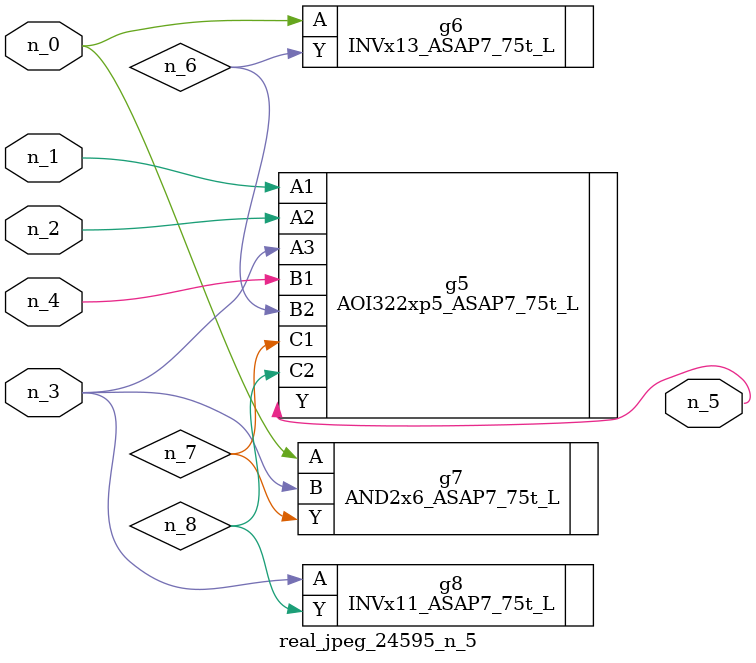
<source format=v>
module real_jpeg_24595_n_5 (n_4, n_0, n_1, n_2, n_3, n_5);

input n_4;
input n_0;
input n_1;
input n_2;
input n_3;

output n_5;

wire n_8;
wire n_6;
wire n_7;

INVx13_ASAP7_75t_L g6 ( 
.A(n_0),
.Y(n_6)
);

AND2x6_ASAP7_75t_L g7 ( 
.A(n_0),
.B(n_3),
.Y(n_7)
);

AOI322xp5_ASAP7_75t_L g5 ( 
.A1(n_1),
.A2(n_2),
.A3(n_3),
.B1(n_4),
.B2(n_6),
.C1(n_7),
.C2(n_8),
.Y(n_5)
);

INVx11_ASAP7_75t_L g8 ( 
.A(n_3),
.Y(n_8)
);


endmodule
</source>
